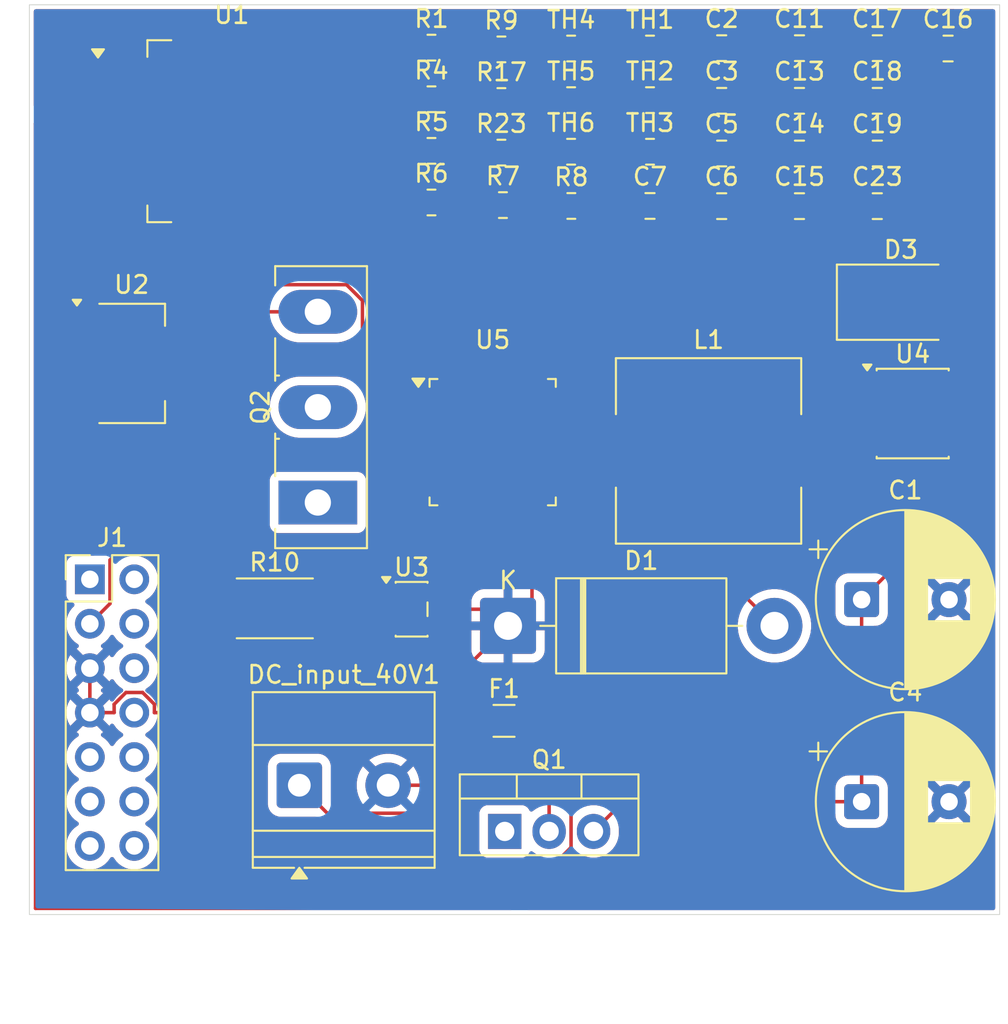
<source format=kicad_pcb>
(kicad_pcb (version 20241229) (generator "pcbnew") (generator_version "9.0")
  (layers (0 "F.Cu" signal) (2 "B.Cu" signal) (13 "F.Paste" user) (15 "B.Paste" user) (5 "F.SilkS" user "F.Silkscreen") (7 "B.SilkS" user "B.Silkscreen") (1 "F.Mask" user) (3 "B.Mask" user) (25 "Edge.Cuts" user))
  (net 0 "")
  (net 1 "Net-(D3-A1)")
  (net 2 "GND")
  (net 3 "/+3V3")
  (net 4 "/+12V")
  (net 5 "Net-(U5-PA0)")
  (net 6 "Net-(U5-PA1)")
  (net 7 "Net-(U5-PA4)")
  (net 8 "Net-(U5-PA2)")
  (net 9 "Net-(U5-PA3)")
  (net 10 "Net-(U5-PA5)")
  (net 11 "Net-(D1-A)")
  (net 12 "Net-(DC_input_40V1-Pin_1)")
  (net 13 "Net-(Q1-D)")
  (net 17 "Net-(J1-~{RST})")
  (net 20 "Net-(J1-JTMS{slash}SWDIO)")
  (net 23 "Net-(J1-JCLK{slash}SWCLK)")
  (net 27 "Net-(Q2-S)")
  (net 28 "Net-(Q2-G)")
  (net 29 "Net-(U5-NRST)")
  (net 30 "Net-(U3-+)")
  (net 31 "Net-(U4-OUT_A)")
  (net 34 "Net-(U3--)")
  (net 35 "Net-(U5-PA6)")
  (net 39 "Net-(U4-IN_A)")
  (footprint "" (layer "F.Cu") (at 136.5 103)
    (property "Reference" "" (at 0 0 0) (layer "F.SilkS") (effects (font (size 1.27 1.27))))
    (property "Value" "")
  )
  (footprint "Capacitor_SMD:C_0805_2012Metric" (layer "F.Cu") (at 165.55 63.48)
    (property "Reference" "C11" (at 0 -1.68 0) (layer "F.SilkS"))
    (property "Value" "0.1uf")
    (pad "1" smd roundrect (at -0.95 0) (size 1 1.45) (layers "F.Cu" "F.Mask" "F.Paste") (net 1 "Net-(D3-A1)"))
    (pad "2" smd roundrect (at 0.95 0) (size 1 1.45) (layers "F.Cu" "F.Mask" "F.Paste") (net 2 "GND"))
  )
  (footprint "Capacitor_SMD:C_0805_2012Metric" (layer "F.Cu") (at 170 63.48)
    (property "Reference" "C17" (at 0 -1.68 0) (layer "F.SilkS"))
    (property "Value" "100nF")
    (pad "1" smd roundrect (at -0.95 0) (size 1 1.45) (layers "F.Cu" "F.Mask" "F.Paste") (net 8 "Net-(U5-PA2)"))
    (pad "2" smd roundrect (at 0.95 0) (size 1 1.45) (layers "F.Cu" "F.Mask" "F.Paste") (net 2 "GND"))
  )
  (footprint "Resistor_SMD:R_0805_2012Metric" (layer "F.Cu") (at 144.5 66.4)
    (property "Reference" "R4" (at 0 -1.65 0) (layer "F.SilkS"))
    (property "Value" "10K")
    (pad "1" smd roundrect (at -0.9125 0) (size 1.025 1.4) (layers "F.Cu" "F.Mask" "F.Paste") (roundrect_rratio 0.243902) (net 3 "/+3V3"))
    (pad "2" smd roundrect (at 0.9125 0) (size 1.025 1.4) (layers "F.Cu" "F.Mask" "F.Paste") (roundrect_rratio 0.243902) (net 5 "Net-(U5-PA0)"))
  )
  (footprint "Package_QFP:LQFP-48_7x7mm_P0.5mm" (layer "F.Cu") (at 148 86)
    (property "Reference" "U5" (at 0 -5.85 0) (layer "F.SilkS"))
    (property "Value" "STM32F103C8Tx")
    (pad "1" smd roundrect (at -4.1625 -2.75) (size 1.475 0.3) (layers "F.Cu" "F.Mask" "F.Paste"))
    (pad "2" smd roundrect (at -4.1625 -2.25) (size 1.475 0.3) (layers "F.Cu" "F.Mask" "F.Paste") (net 20 "Net-(J1-JTMS{slash}SWDIO)"))
    (pad "3" smd roundrect (at -4.1625 -1.75) (size 1.475 0.3) (layers "F.Cu" "F.Mask" "F.Paste") (net 23 "Net-(J1-JCLK{slash}SWCLK)"))
    (pad "4" smd roundrect (at -4.1625 -1.25) (size 1.475 0.3) (layers "F.Cu" "F.Mask" "F.Paste"))
    (pad "5" smd roundrect (at -4.1625 -0.75) (size 1.475 0.3) (layers "F.Cu" "F.Mask" "F.Paste"))
    (pad "6" smd roundrect (at -4.1625 -0.25) (size 1.475 0.3) (layers "F.Cu" "F.Mask" "F.Paste"))
    (pad "7" smd roundrect (at -4.1625 0.25) (size 1.475 0.3) (layers "F.Cu" "F.Mask" "F.Paste") (net 29 "Net-(U5-NRST)"))
    (pad "8" smd roundrect (at -4.1625 0.75) (size 1.475 0.3) (layers "F.Cu" "F.Mask" "F.Paste") (net 2 "GND"))
    (pad "9" smd roundrect (at -4.1625 1.25) (size 1.475 0.3) (layers "F.Cu" "F.Mask" "F.Paste"))
    (pad "10" smd roundrect (at -4.1625 1.75) (size 1.475 0.3) (layers "F.Cu" "F.Mask" "F.Paste") (net 5 "Net-(U5-PA0)"))
    (pad "11" smd roundrect (at -4.1625 2.25) (size 1.475 0.3) (layers "F.Cu" "F.Mask" "F.Paste") (net 6 "Net-(U5-PA1)"))
    (pad "12" smd roundrect (at -4.1625 2.75) (size 1.475 0.3) (layers "F.Cu" "F.Mask" "F.Paste") (net 8 "Net-(U5-PA2)"))
    (pad "13" smd roundrect (at -2.75 4.1625) (size 0.3 1.475) (layers "F.Cu" "F.Mask" "F.Paste") (net 9 "Net-(U5-PA3)"))
    (pad "14" smd roundrect (at -2.25 4.1625) (size 0.3 1.475) (layers "F.Cu" "F.Mask" "F.Paste") (net 7 "Net-(U5-PA4)"))
    (pad "15" smd roundrect (at -1.75 4.1625) (size 0.3 1.475) (layers "F.Cu" "F.Mask" "F.Paste") (net 10 "Net-(U5-PA5)"))
    (pad "16" smd roundrect (at -1.25 4.1625) (size 0.3 1.475) (layers "F.Cu" "F.Mask" "F.Paste") (net 35 "Net-(U5-PA6)"))
    (pad "17" smd roundrect (at -0.75 4.1625) (size 0.3 1.475) (layers "F.Cu" "F.Mask" "F.Paste"))
    (pad "18" smd roundrect (at -0.25 4.1625) (size 0.3 1.475) (layers "F.Cu" "F.Mask" "F.Paste"))
    (pad "19" smd roundrect (at 0.25 4.1625) (size 0.3 1.475) (layers "F.Cu" "F.Mask" "F.Paste"))
    (pad "20" smd roundrect (at 0.75 4.1625) (size 0.3 1.475) (layers "F.Cu" "F.Mask" "F.Paste"))
    (pad "21" smd roundrect (at 1.25 4.1625) (size 0.3 1.475) (layers "F.Cu" "F.Mask" "F.Paste"))
    (pad "22" smd roundrect (at 1.75 4.1625) (size 0.3 1.475) (layers "F.Cu" "F.Mask" "F.Paste"))
    (pad "23" smd roundrect (at 2.25 4.1625) (size 0.3 1.475) (layers "F.Cu" "F.Mask" "F.Paste") (net 2 "GND"))
    (pad "24" smd roundrect (at 2.75 4.1625) (size 0.3 1.475) (layers "F.Cu" "F.Mask" "F.Paste") (net 3 "/+3V3"))
    (pad "25" smd roundrect (at 4.1625 2.75) (size 1.475 0.3) (layers "F.Cu" "F.Mask" "F.Paste"))
    (pad "26" smd roundrect (at 4.1625 2.25) (size 1.475 0.3) (layers "F.Cu" "F.Mask" "F.Paste"))
    (pad "27" smd roundrect (at 4.1625 1.75) (size 1.475 0.3) (layers "F.Cu" "F.Mask" "F.Paste"))
    (pad "28" smd roundrect (at 4.1625 1.25) (size 1.475 0.3) (layers "F.Cu" "F.Mask" "F.Paste"))
    (pad "29" smd roundrect (at 4.1625 0.75) (size 1.475 0.3) (layers "F.Cu" "F.Mask" "F.Paste") (net 39 "Net-(U4-IN_A)"))
    (pad "30" smd roundrect (at 4.1625 0.25) (size 1.475 0.3) (layers "F.Cu" "F.Mask" "F.Paste"))
    (pad "31" smd roundrect (at 4.1625 -0.25) (size 1.475 0.3) (layers "F.Cu" "F.Mask" "F.Paste"))
    (pad "32" smd roundrect (at 4.1625 -0.75) (size 1.475 0.3) (layers "F.Cu" "F.Mask" "F.Paste"))
    (pad "33" smd roundrect (at 4.1625 -1.25) (size 1.475 0.3) (layers "F.Cu" "F.Mask" "F.Paste"))
    (pad "34" smd roundrect (at 4.1625 -1.75) (size 1.475 0.3) (layers "F.Cu" "F.Mask" "F.Paste"))
    (pad "35" smd roundrect (at 4.1625 -2.25) (size 1.475 0.3) (layers "F.Cu" "F.Mask" "F.Paste") (net 2 "GND"))
    (pad "36" smd roundrect (at 4.1625 -2.75) (size 1.475 0.3) (layers "F.Cu" "F.Mask" "F.Paste") (net 3 "/+3V3"))
    (pad "37" smd roundrect (at 2.75 -4.1625) (size 0.3 1.475) (layers "F.Cu" "F.Mask" "F.Paste"))
    (pad "38" smd roundrect (at 2.25 -4.1625) (size 0.3 1.475) (layers "F.Cu" "F.Mask" "F.Paste"))
    (pad "39" smd roundrect (at 1.75 -4.1625) (size 0.3 1.475) (layers "F.Cu" "F.Mask" "F.Paste"))
    (pad "40" smd roundrect (at 1.25 -4.1625) (size 0.3 1.475) (layers "F.Cu" "F.Mask" "F.Paste"))
    (pad "41" smd roundrect (at 0.75 -4.1625) (size 0.3 1.475) (layers "F.Cu" "F.Mask" "F.Paste"))
    (pad "42" smd roundrect (at 0.25 -4.1625) (size 0.3 1.475) (layers "F.Cu" "F.Mask" "F.Paste"))
    (pad "43" smd roundrect (at -0.25 -4.1625) (size 0.3 1.475) (layers "F.Cu" "F.Mask" "F.Paste"))
    (pad "44" smd roundrect (at -0.75 -4.1625) (size 0.3 1.475) (layers "F.Cu" "F.Mask" "F.Paste"))
    (pad "45" smd roundrect (at -1.25 -4.1625) (size 0.3 1.475) (layers "F.Cu" "F.Mask" "F.Paste"))
    (pad "46" smd roundrect (at -1.75 -4.1625) (size 0.3 1.475) (layers "F.Cu" "F.Mask" "F.Paste"))
    (pad "47" smd roundrect (at -2.25 -4.1625) (size 0.3 1.475) (layers "F.Cu" "F.Mask" "F.Paste") (net 2 "GND"))
    (pad "48" smd roundrect (at -2.75 -4.1625) (size 0.3 1.475) (layers "F.Cu" "F.Mask" "F.Paste") (net 3 "/+3V3"))
  )
  (footprint "Inductor_SMD:L_10.4x10.4_H4.8" (layer "F.Cu") (at 160.35 86.5)
    (property "Reference" "L1" (at 0 -6.35 0) (layer "F.SilkS"))
    (property "Value" "68uh")
    (pad "1" smd rect (at -4.15 0) (size 2.7 3.6) (layers "F.Cu" "F.Mask" "F.Paste") (net 11 "Net-(D1-A)"))
    (pad "2" smd rect (at 4.15 0) (size 2.7 3.6) (layers "F.Cu" "F.Mask" "F.Paste") (net 4 "/+12V"))
  )
  (footprint "Capacitor_SMD:C_0805_2012Metric" (layer "F.Cu") (at 161.1 63.48)
    (property "Reference" "C2" (at 0 -1.68 0) (layer "F.SilkS"))
    (property "Value" "0.1uf")
    (pad "1" smd roundrect (at -0.95 0) (size 1 1.45) (layers "F.Cu" "F.Mask" "F.Paste") (net 3 "/+3V3"))
    (pad "2" smd roundrect (at 0.95 0) (size 1 1.45) (layers "F.Cu" "F.Mask" "F.Paste") (net 2 "GND"))
  )
  (footprint "Resistor_SMD:R_0805_2012Metric" (layer "F.Cu") (at 152.4875 66.45)
    (property "Reference" "TH5" (at 0 -1.65 0) (layer "F.SilkS"))
    (property "Value" "10K")
    (pad "1" smd roundrect (at -0.9125 0) (size 1.025 1.4) (layers "F.Cu" "F.Mask" "F.Paste") (roundrect_rratio 0.243902) (net 7 "Net-(U5-PA4)"))
    (pad "2" smd roundrect (at 0.9125 0) (size 1.025 1.4) (layers "F.Cu" "F.Mask" "F.Paste") (roundrect_rratio 0.243902) (net 2 "GND"))
  )
  (footprint "Capacitor_SMD:C_0805_2012Metric" (layer "F.Cu") (at 161.1 69.5)
    (property "Reference" "C5" (at 0 -1.68 0) (layer "F.SilkS"))
    (property "Value" "330uf")
    (pad "1" smd roundrect (at -0.95 0) (size 1 1.45) (layers "F.Cu" "F.Mask" "F.Paste") (net 4 "/+12V"))
    (pad "2" smd roundrect (at 0.95 0) (size 1 1.45) (layers "F.Cu" "F.Mask" "F.Paste") (net 2 "GND"))
  )
  (footprint "Resistor_SMD:R_0805_2012Metric" (layer "F.Cu") (at 157 63.5)
    (property "Reference" "TH1" (at 0 -1.65 0) (layer "F.SilkS"))
    (property "Value" "10K")
    (pad "1" smd roundrect (at -0.9125 0) (size 1.025 1.4) (layers "F.Cu" "F.Mask" "F.Paste") (roundrect_rratio 0.243902) (net 5 "Net-(U5-PA0)"))
    (pad "2" smd roundrect (at 0.9125 0) (size 1.025 1.4) (layers "F.Cu" "F.Mask" "F.Paste") (roundrect_rratio 0.243902) (net 2 "GND"))
  )
  (footprint "Capacitor_SMD:C_0805_2012Metric" (layer "F.Cu") (at 157 72.5)
    (property "Reference" "C7" (at 0 -1.68 0) (layer "F.SilkS"))
    (property "Value" "0.1uf")
    (pad "1" smd roundrect (at -0.95 0) (size 1 1.45) (layers "F.Cu" "F.Mask" "F.Paste") (net 3 "/+3V3"))
    (pad "2" smd roundrect (at 0.95 0) (size 1 1.45) (layers "F.Cu" "F.Mask" "F.Paste") (net 2 "GND"))
  )
  (footprint "Resistor_SMD:R_0805_2012Metric" (layer "F.Cu") (at 144.5 72.3)
    (property "Reference" "R6" (at 0 -1.65 0) (layer "F.SilkS"))
    (property "Value" "10K")
    (pad "1" smd roundrect (at -0.9125 0) (size 1.025 1.4) (layers "F.Cu" "F.Mask" "F.Paste") (roundrect_rratio 0.243902) (net 3 "/+3V3"))
    (pad "2" smd roundrect (at 0.9125 0) (size 1.025 1.4) (layers "F.Cu" "F.Mask" "F.Paste") (roundrect_rratio 0.243902) (net 7 "Net-(U5-PA4)"))
  )
  (footprint "Capacitor_SMD:C_0805_2012Metric" (layer "F.Cu") (at 170 66.49)
    (property "Reference" "C18" (at 0 -1.68 0) (layer "F.SilkS"))
    (property "Value" "100nF")
    (pad "1" smd roundrect (at -0.95 0) (size 1 1.45) (layers "F.Cu" "F.Mask" "F.Paste") (net 9 "Net-(U5-PA3)"))
    (pad "2" smd roundrect (at 0.95 0) (size 1 1.45) (layers "F.Cu" "F.Mask" "F.Paste") (net 2 "GND"))
  )
  (footprint "Package_TO_SOT_THT:TO-247-3_Vertical" (layer "F.Cu") (at 138 89.45 90)
    (property "Reference" "Q2" (at 5.45 -3.28 90) (layer "F.SilkS"))
    (property "Value" "IRFP4468PbF")
    (pad "1" thru_hole rect (at 0 0 90) (size 2.5 4.5) (drill 1.5) (layers "*.Cu" "*.Mask") (net 28 "Net-(Q2-G)"))
    (pad "2" thru_hole oval (at 5.45 0 90) (size 2.5 4.5) (drill 1.5) (layers "*.Cu" "*.Mask"))
    (pad "3" thru_hole oval (at 10.9 0 90) (size 2.5 4.5) (drill 1.5) (layers "*.Cu" "*.Mask") (net 27 "Net-(Q2-S)"))
  )
  (footprint "Resistor_SMD:R_0805_2012Metric" (layer "F.Cu") (at 148.5 66.5)
    (property "Reference" "R17" (at 0 -1.65 0) (layer "F.SilkS"))
    (property "Value" "10")
    (pad "1" smd roundrect (at -0.9125 0) (size 1.025 1.4) (layers "F.Cu" "F.Mask" "F.Paste") (roundrect_rratio 0.243902) (net 31 "Net-(U4-OUT_A)"))
    (pad "2" smd roundrect (at 0.9125 0) (size 1.025 1.4) (layers "F.Cu" "F.Mask" "F.Paste") (roundrect_rratio 0.243902) (net 28 "Net-(Q2-G)"))
  )
  (footprint "Resistor_SMD:R_0805_2012Metric" (layer "F.Cu") (at 148.5 63.55)
    (property "Reference" "R9" (at 0 -1.65 0) (layer "F.SilkS"))
    (property "Value" "10K")
    (pad "1" smd roundrect (at -0.9125 0) (size 1.025 1.4) (layers "F.Cu" "F.Mask" "F.Paste") (roundrect_rratio 0.243902) (net 3 "/+3V3"))
    (pad "2" smd roundrect (at 0.9125 0) (size 1.025 1.4) (layers "F.Cu" "F.Mask" "F.Paste") (roundrect_rratio 0.243902) (net 10 "Net-(U5-PA5)"))
  )
  (footprint "Package_SO:SOIC-8_3.9x4.9mm_P1.27mm" (layer "F.Cu") (at 172.025 84.365)
    (property "Reference" "U4" (at 0 -3.4 0) (layer "F.SilkS"))
    (property "Value" "TC4427xOA")
    (pad "1" smd roundrect (at -2.475 -1.905) (size 1.95 0.6) (layers "F.Cu" "F.Mask" "F.Paste"))
    (pad "2" smd roundrect (at -2.475 -0.635) (size 1.95 0.6) (layers "F.Cu" "F.Mask" "F.Paste") (net 39 "Net-(U4-IN_A)"))
    (pad "3" smd roundrect (at -2.475 0.635) (size 1.95 0.6) (layers "F.Cu" "F.Mask" "F.Paste") (net 2 "GND"))
    (pad "4" smd roundrect (at -2.475 1.905) (size 1.95 0.6) (layers "F.Cu" "F.Mask" "F.Paste"))
    (pad "5" smd roundrect (at 2.475 1.905) (size 1.95 0.6) (layers "F.Cu" "F.Mask" "F.Paste"))
    (pad "6" smd roundrect (at 2.475 0.635) (size 1.95 0.6) (layers "F.Cu" "F.Mask" "F.Paste") (net 4 "/+12V"))
    (pad "7" smd roundrect (at 2.475 -0.635) (size 1.95 0.6) (layers "F.Cu" "F.Mask" "F.Paste") (net 31 "Net-(U4-OUT_A)"))
    (pad "8" smd roundrect (at 2.475 -1.905) (size 1.95 0.6) (layers "F.Cu" "F.Mask" "F.Paste"))
  )
  (footprint "Diode_SMD:D_SMB" (layer "F.Cu") (at 171.35 78)
    (property "Reference" "D3" (at 0 -3 0) (layer "F.SilkS"))
    (property "Value" "D_TVS")
    (pad "1" smd roundrect (at -2.15 0) (size 2.5 2.3) (layers "F.Cu" "F.Mask" "F.Paste") (roundrect_rratio 0.1086956522) (net 1 "Net-(D3-A1)"))
    (pad "2" smd roundrect (at 2.15 0) (size 2.5 2.3) (layers "F.Cu" "F.Mask" "F.Paste") (roundrect_rratio 0.1086956522) (net 2 "GND"))
  )
  (footprint "Fuse:Fuse_1206_3216Metric" (layer "F.Cu") (at 148.65 101.93)
    (property "Reference" "F1" (at 0 -1.83 0) (layer "F.SilkS"))
    (property "Value" "Fuse_Small")
    (pad "1" smd roundrect (at -1.4 0) (size 1.25 1.75) (layers "F.Cu" "F.Mask" "F.Paste") (roundrect_rratio 0.2) (net 12 "Net-(DC_input_40V1-Pin_1)"))
    (pad "2" smd roundrect (at 1.4 0) (size 1.25 1.75) (layers "F.Cu" "F.Mask" "F.Paste") (roundrect_rratio 0.2) (net 13 "Net-(Q1-D)"))
  )
  (footprint "Capacitor_SMD:C_0805_2012Metric" (layer "F.Cu") (at 170 72.51)
    (property "Reference" "C23" (at 0 -1.68 0) (layer "F.SilkS"))
    (property "Value" "0.1uf")
    (pad "1" smd roundrect (at -0.95 0) (size 1 1.45) (layers "F.Cu" "F.Mask" "F.Paste") (net 3 "/+3V3"))
    (pad "2" smd roundrect (at 0.95 0) (size 1 1.45) (layers "F.Cu" "F.Mask" "F.Paste") (net 2 "GND"))
  )
  (footprint "Resistor_SMD:R_0805_2012Metric" (layer "F.Cu") (at 148.5875 72.45)
    (property "Reference" "R7" (at 0 -1.65 0) (layer "F.SilkS"))
    (property "Value" "10K")
    (pad "1" smd roundrect (at -0.9125 0) (size 1.025 1.4) (layers "F.Cu" "F.Mask" "F.Paste") (roundrect_rratio 0.243902) (net 3 "/+3V3"))
    (pad "2" smd roundrect (at 0.9125 0) (size 1.025 1.4) (layers "F.Cu" "F.Mask" "F.Paste") (roundrect_rratio 0.243902) (net 6 "Net-(U5-PA1)"))
  )
  (footprint "Capacitor_SMD:C_0805_2012Metric" (layer "F.Cu") (at 165.55 72.51)
    (property "Reference" "C15" (at 0 -1.68 0) (layer "F.SilkS"))
    (property "Value" "100nF")
    (pad "1" smd roundrect (at -0.95 0) (size 1 1.45) (layers "F.Cu" "F.Mask" "F.Paste") (net 6 "Net-(U5-PA1)"))
    (pad "2" smd roundrect (at 0.95 0) (size 1 1.45) (layers "F.Cu" "F.Mask" "F.Paste") (net 2 "GND"))
  )
  (footprint "Package_TO_SOT_THT:TO-220-3_Vertical" (layer "F.Cu") (at 148.69 108.25)
    (property "Reference" "Q1" (at 2.54 -4.1 0) (layer "F.SilkS"))
    (property "Value" "IRF4905")
    (pad "1" thru_hole rect (at 0 0) (size 1.905 2) (drill 1.1) (layers "*.Cu" "*.Mask"))
    (pad "2" thru_hole oval (at 2.54 0) (size 1.905 2) (drill 1.1) (layers "*.Cu" "*.Mask") (net 13 "Net-(Q1-D)"))
    (pad "3" thru_hole oval (at 5.08 0) (size 1.905 2) (drill 1.1) (layers "*.Cu" "*.Mask") (net 1 "Net-(D3-A1)"))
  )
  (footprint "Package_TO_SOT_SMD:TO-263-5_TabPin3" (layer "F.Cu") (at 133.075 68.225)
    (property "Reference" "U1" (at 0 -6.65 0) (layer "F.SilkS"))
    (property "Value" "LM2596S-ADJ")
    (pad "1" smd roundrect (at -7.65 -3.4) (size 4.6 1.1) (layers "F.Cu" "F.Mask" "F.Paste") (roundrect_rratio 0.227273) (net 1 "Net-(D3-A1)"))
    (pad "2" smd roundrect (at -7.65 -1.7) (size 4.6 1.1) (layers "F.Cu" "F.Mask" "F.Paste") (roundrect_rratio 0.227273) (net 11 "Net-(D1-A)"))
    (pad "3" smd roundrect (at -7.65 0) (size 4.6 1.1) (layers "F.Cu" "F.Mask" "F.Paste") (roundrect_rratio 0.227273) (net 2 "GND"))
    (pad "3" smd roundrect (at 1.5 0) (size 9.4 10.8) (layers "F.Cu" "F.Mask") (roundrect_rratio 0.026596) (net 2 "GND"))
    (pad "4" smd roundrect (at -7.65 1.7) (size 4.6 1.1) (layers "F.Cu" "F.Mask" "F.Paste") (roundrect_rratio 0.227273))
    (pad "5" smd roundrect (at -7.65 3.4) (size 4.6 1.1) (layers "F.Cu" "F.Mask" "F.Paste") (roundrect_rratio 0.227273))
  )
  (footprint "Package_TO_SOT_SMD:SOT-223-3_TabPin2" (layer "F.Cu") (at 127.35 81.5)
    (property "Reference" "U2" (at 0 -4.5 0) (layer "F.SilkS"))
    (property "Value" "AMS1117-3.3")
    (pad "1" smd roundrect (at -3.15 -2.3) (size 2 1.5) (layers "F.Cu" "F.Mask" "F.Paste") (net 2 "GND"))
    (pad "2" smd roundrect (at -3.15 0) (size 2 1.5) (layers "F.Cu" "F.Mask" "F.Paste") (net 3 "/+3V3"))
    (pad "2" smd roundrect (at 3.15 0) (size 2 3.8) (layers "F.Cu" "F.Mask" "F.Paste") (net 3 "/+3V3"))
    (pad "3" smd roundrect (at -3.15 2.3) (size 2 1.5) (layers "F.Cu" "F.Mask" "F.Paste") (net 3 "/+3V3"))
  )
  (footprint "Capacitor_SMD:C_0805_2012Metric" (layer "F.Cu") (at 170 69.5)
    (property "Reference" "C19" (at 0 -1.68 0) (layer "F.SilkS"))
    (property "Value" "100nF")
    (pad "1" smd roundrect (at -0.95 0) (size 1 1.45) (layers "F.Cu" "F.Mask" "F.Paste") (net 10 "Net-(U5-PA5)"))
    (pad "2" smd roundrect (at 0.95 0) (size 1 1.45) (layers "F.Cu" "F.Mask" "F.Paste") (net 2 "GND"))
  )
  (footprint "Resistor_SMD:R_0805_2012Metric" (layer "F.Cu") (at 148.5 69.45)
    (property "Reference" "R23" (at 0 -1.65 0) (layer "F.SilkS"))
    (property "Value" "100K")
    (pad "1" smd roundrect (at -0.9125 0) (size 1.025 1.4) (layers "F.Cu" "F.Mask" "F.Paste") (roundrect_rratio 0.243902) (net 28 "Net-(Q2-G)"))
    (pad "2" smd roundrect (at 0.9125 0) (size 1.025 1.4) (layers "F.Cu" "F.Mask" "F.Paste") (roundrect_rratio 0.243902) (net 2 "GND"))
  )
  (footprint "Capacitor_SMD:C_0805_2012Metric" (layer "F.Cu") (at 174.05 63.5)
    (property "Reference" "C16" (at 0 -1.68 0) (layer "F.SilkS"))
    (property "Value" "100nF")
    (pad "1" smd roundrect (at -0.95 0) (size 1 1.45) (layers "F.Cu" "F.Mask" "F.Paste") (net 7 "Net-(U5-PA4)"))
    (pad "2" smd roundrect (at 0.95 0) (size 1 1.45) (layers "F.Cu" "F.Mask" "F.Paste") (net 2 "GND"))
  )
  (footprint "Resistor_SMD:R_0805_2012Metric" (layer "F.Cu") (at 152.5 72.5)
    (property "Reference" "R8" (at 0 -1.65 0) (layer "F.SilkS"))
    (property "Value" "10K")
    (pad "1" smd roundrect (at -0.9125 0) (size 1.025 1.4) (layers "F.Cu" "F.Mask" "F.Paste") (roundrect_rratio 0.243902) (net 3 "/+3V3"))
    (pad "2" smd roundrect (at 0.9125 0) (size 1.025 1.4) (layers "F.Cu" "F.Mask" "F.Paste") (roundrect_rratio 0.243902) (net 9 "Net-(U5-PA3)"))
  )
  (footprint "Capacitor_THT:CP_Radial_D10.0mm_P5.00mm" (layer "F.Cu") (at 169.104646 95)
    (property "Reference" "C1" (at 2.5 -6.25 0) (layer "F.SilkS"))
    (property "Value" "470uf")
    (pad "1" thru_hole roundrect (at 0 0) (size 2 2) (drill 1) (layers "*.Cu" "*.Mask") (roundrect_rratio 0.125) (net 1 "Net-(D3-A1)"))
    (pad "2" thru_hole circle (at 5 0) (size 2 2) (drill 1) (layers "*.Cu" "*.Mask") (net 2 "GND"))
  )
  (footprint "Diode_THT:D_DO-201AD_P15.24mm_Horizontal" (layer "F.Cu") (at 148.88 96.5)
    (property "Reference" "D1" (at 7.62 -3.72 0) (layer "F.SilkS"))
    (property "Value" "1N5822")
    (fp_text user "K" (at 0 -2.6 0) (layer "F.SilkS"))
    (pad "1" thru_hole roundrect (at 0 0) (size 3.2 3.2) (drill 1.6) (layers "*.Cu" "*.Mask") (roundrect_rratio 0.078125) (net 2 "GND"))
    (pad "2" thru_hole circle (at 15.24 0) (size 3.2 3.2) (drill 1.6) (layers "*.Cu" "*.Mask") (net 11 "Net-(D1-A)"))
  )
  (footprint "Capacitor_THT:CP_Radial_D10.0mm_P5.00mm" (layer "F.Cu") (at 169.104646 106.55)
    (property "Reference" "C4" (at 2.5 -6.25 0) (layer "F.SilkS"))
    (property "Value" "220uf")
    (pad "1" thru_hole roundrect (at 0 0) (size 2 2) (drill 1) (layers "*.Cu" "*.Mask") (roundrect_rratio 0.125) (net 1 "Net-(D3-A1)"))
    (pad "2" thru_hole circle (at 5 0) (size 2 2) (drill 1) (layers "*.Cu" "*.Mask") (net 2 "GND"))
  )
  (footprint "Resistor_SMD:R_0805_2012Metric" (layer "F.Cu") (at 157 69.4)
    (property "Reference" "TH3" (at 0 -1.65 0) (layer "F.SilkS"))
    (property "Value" "10K")
    (pad "1" smd roundrect (at -0.9125 0) (size 1.025 1.4) (layers "F.Cu" "F.Mask" "F.Paste") (roundrect_rratio 0.243902) (net 8 "Net-(U5-PA2)"))
    (pad "2" smd roundrect (at 0.9125 0) (size 1.025 1.4) (layers "F.Cu" "F.Mask" "F.Paste") (roundrect_rratio 0.243902) (net 2 "GND"))
  )
  (footprint "Resistor_SMD:R_0805_2012Metric" (layer "F.Cu") (at 144.5 63.45)
    (property "Reference" "R1" (at 0 -1.65 0) (layer "F.SilkS"))
    (property "Value" "10K")
    (pad "1" smd roundrect (at -0.9125 0) (size 1.025 1.4) (layers "F.Cu" "F.Mask" "F.Paste") (roundrect_rratio 0.243902) (net 29 "Net-(U5-NRST)"))
    (pad "2" smd roundrect (at 0.9125 0) (size 1.025 1.4) (layers "F.Cu" "F.Mask" "F.Paste") (roundrect_rratio 0.243902) (net 17 "Net-(J1-~{RST})"))
  )
  (footprint "Connector_PinHeader_2.54mm:PinHeader_2x07_P2.54mm_Vertical" (layer "F.Cu") (at 124.96 93.84)
    (property "Reference" "J1" (at 1.27 -2.38 0) (layer "F.SilkS"))
    (property "Value" "Conn_ST_STDC14")
    (pad "1" thru_hole rect (at 0 0) (size 1.7 1.7) (drill 1) (layers "*.Cu" "*.Mask"))
    (pad "2" thru_hole circle (at 2.54 0) (size 1.7 1.7) (drill 1) (layers "*.Cu" "*.Mask"))
    (pad "3" thru_hole circle (at 0 2.54) (size 1.7 1.7) (drill 1) (layers "*.Cu" "*.Mask") (net 3 "/+3V3"))
    (pad "4" thru_hole circle (at 2.54 2.54) (size 1.7 1.7) (drill 1) (layers "*.Cu" "*.Mask") (net 20 "Net-(J1-JTMS{slash}SWDIO)"))
    (pad "5" thru_hole circle (at 0 5.08) (size 1.7 1.7) (drill 1) (layers "*.Cu" "*.Mask") (net 2 "GND"))
    (pad "6" thru_hole circle (at 2.54 5.08) (size 1.7 1.7) (drill 1) (layers "*.Cu" "*.Mask") (net 23 "Net-(J1-JCLK{slash}SWCLK)"))
    (pad "7" thru_hole circle (at 0 7.62) (size 1.7 1.7) (drill 1) (layers "*.Cu" "*.Mask") (net 2 "GND"))
    (pad "8" thru_hole circle (at 2.54 7.62) (size 1.7 1.7) (drill 1) (layers "*.Cu" "*.Mask"))
    (pad "9" thru_hole circle (at 0 10.16) (size 1.7 1.7) (drill 1) (layers "*.Cu" "*.Mask"))
    (pad "10" thru_hole circle (at 2.54 10.16) (size 1.7 1.7) (drill 1) (layers "*.Cu" "*.Mask"))
    (pad "11" thru_hole circle (at 0 12.7) (size 1.7 1.7) (drill 1) (layers "*.Cu" "*.Mask"))
    (pad "12" thru_hole circle (at 2.54 12.7) (size 1.7 1.7) (drill 1) (layers "*.Cu" "*.Mask") (net 17 "Net-(J1-~{RST})"))
    (pad "13" thru_hole circle (at 0 15.24) (size 1.7 1.7) (drill 1) (layers "*.Cu" "*.Mask"))
    (pad "14" thru_hole circle (at 2.54 15.24) (size 1.7 1.7) (drill 1) (layers "*.Cu" "*.Mask"))
  )
  (footprint "Capacitor_SMD:C_0805_2012Metric" (layer "F.Cu") (at 161.1 66.49)
    (property "Reference" "C3" (at 0 -1.68 0) (layer "F.SilkS"))
    (property "Value" "0.1uf")
    (pad "1" smd roundrect (at -0.95 0) (size 1 1.45) (layers "F.Cu" "F.Mask" "F.Paste") (net 4 "/+12V"))
    (pad "2" smd roundrect (at 0.95 0) (size 1 1.45) (layers "F.Cu" "F.Mask" "F.Paste") (net 2 "GND"))
  )
  (footprint "Resistor_SMD:R_0805_2012Metric" (layer "F.Cu") (at 157 66.45)
    (property "Reference" "TH2" (at 0 -1.65 0) (layer "F.SilkS"))
    (property "Value" "10K")
    (pad "1" smd roundrect (at -0.9125 0) (size 1.025 1.4) (layers "F.Cu" "F.Mask" "F.Paste") (roundrect_rratio 0.243902) (net 6 "Net-(U5-PA1)"))
    (pad "2" smd roundrect (at 0.9125 0) (size 1.025 1.4) (layers "F.Cu" "F.Mask" "F.Paste") (roundrect_rratio 0.243902) (net 2 "GND"))
  )
  (footprint "TerminalBlock_Phoenix:TerminalBlock_Phoenix_MKDS-1,5-2-5.08_1x02_P5.08mm_Horizontal" (layer "F.Cu") (at 136.94 105.61)
    (property "Reference" "DC_input_40V1" (at 2.54 -6.32 0) (layer "F.SilkS"))
    (property "Value" "Conn_01x02")
    (pad "1" thru_hole roundrect (at 0 0) (size 2.6 2.6) (drill 1.3) (layers "*.Cu" "*.Mask") (roundrect_rratio 0.096154) (net 12 "Net-(DC_input_40V1-Pin_1)"))
    (pad "2" thru_hole circle (at 5.08 0) (size 2.6 2.6) (drill 1.3) (layers "*.Cu" "*.Mask") (net 2 "GND"))
  )
  (footprint "Package_TO_SOT_SMD:SOT-23-5" (layer "F.Cu") (at 143.3625 95.55)
    (property "Reference" "U3" (at 0 -2.4 0) (layer "F.SilkS"))
    (property "Value" "INA180A1")
    (pad "1" smd roundrect (at -1.1375 -0.95) (size 1.325 0.6) (layers "F.Cu" "F.Mask" "F.Paste") (net 35 "Net-(U5-PA6)"))
    (pad "2" smd roundrect (at -1.1375 0) (size 1.325 0.6) (layers "F.Cu" "F.Mask" "F.Paste") (net 2 "GND"))
    (pad "3" smd roundrect (at -1.1375 0.95) (size 1.325 0.6) (layers "F.Cu" "F.Mask" "F.Paste") (net 30 "Net-(U3-+)"))
    (pad "4" smd roundrect (at 1.1375 0.95) (size 1.325 0.6) (layers "F.Cu" "F.Mask" "F.Paste") (net 34 "Net-(U3--)"))
    (pad "5" smd roundrect (at 1.1375 -0.95) (size 1.325 0.6) (layers "F.Cu" "F.Mask" "F.Paste"))
  )
  (footprint "Resistor_SMD:R_0805_2012Metric" (layer "F.Cu") (at 152.4875 69.4)
    (property "Reference" "TH6" (at 0 -1.65 0) (layer "F.SilkS"))
    (property "Value" "10K")
    (pad "1" smd roundrect (at -0.9125 0) (size 1.025 1.4) (layers "F.Cu" "F.Mask" "F.Paste") (roundrect_rratio 0.243902) (net 10 "Net-(U5-PA5)"))
    (pad "2" smd roundrect (at 0.9125 0) (size 1.025 1.4) (layers "F.Cu" "F.Mask" "F.Paste") (roundrect_rratio 0.243902) (net 2 "GND"))
  )
  (footprint "Capacitor_SMD:C_0805_2012Metric" (layer "F.Cu") (at 165.55 66.49)
    (property "Reference" "C13" (at 0 -1.68 0) (layer "F.SilkS"))
    (property "Value" "0.1uf")
    (pad "1" smd roundrect (at -0.95 0) (size 1 1.45) (layers "F.Cu" "F.Mask" "F.Paste") (net 3 "/+3V3"))
    (pad "2" smd roundrect (at 0.95 0) (size 1 1.45) (layers "F.Cu" "F.Mask" "F.Paste") (net 2 "GND"))
  )
  (footprint "Capacitor_SMD:C_0805_2012Metric" (layer "F.Cu") (at 161.1 72.51)
    (property "Reference" "C6" (at 0 -1.68 0) (layer "F.SilkS"))
    (property "Value" "10uf")
    (pad "1" smd roundrect (at -0.95 0) (size 1 1.45) (layers "F.Cu" "F.Mask" "F.Paste") (net 3 "/+3V3"))
    (pad "2" smd roundrect (at 0.95 0) (size 1 1.45) (layers "F.Cu" "F.Mask" "F.Paste") (net 2 "GND"))
  )
  (footprint "Resistor_SMD:R_0805_2012Metric" (layer "F.Cu") (at 144.5 69.35)
    (property "Reference" "R5" (at 0 -1.65 0) (layer "F.SilkS"))
    (property "Value" "10K")
    (pad "1" smd roundrect (at -0.9125 0) (size 1.025 1.4) (layers "F.Cu" "F.Mask" "F.Paste") (roundrect_rratio 0.243902) (net 3 "/+3V3"))
    (pad "2" smd roundrect (at 0.9125 0) (size 1.025 1.4) (layers "F.Cu" "F.Mask" "F.Paste") (roundrect_rratio 0.243902) (net 8 "Net-(U5-PA2)"))
  )
  (footprint "Capacitor_SMD:C_0805_2012Metric" (layer "F.Cu") (at 165.55 69.5)
    (property "Reference" "C14" (at 0 -1.68 0) (layer "F.SilkS"))
    (property "Value" "100nF")
    (pad "1" smd roundrect (at -0.95 0) (size 1 1.45) (layers "F.Cu" "F.Mask" "F.Paste") (net 5 "Net-(U5-PA0)"))
    (pad "2" smd roundrect (at 0.95 0) (size 1 1.45) (layers "F.Cu" "F.Mask" "F.Paste") (net 2 "GND"))
  )
  (footprint "Resistor_SMD:R_2512_6332Metric" (layer "F.Cu") (at 135.5375 95.5)
    (property "Reference" "R10" (at 0 -2.63 0) (layer "F.SilkS"))
    (property "Value" "1m")
    (pad "1" smd roundrect (at -2.9625 0) (size 1.225 3.35) (layers "F.Cu" "F.Mask" "F.Paste") (roundrect_rratio 0.204082) (net 27 "Net-(Q2-S)"))
    (pad "2" smd roundrect (at 2.9625 0) (size 1.225 3.35) (layers "F.Cu" "F.Mask" "F.Paste") (roundrect_rratio 0.204082) (net 30 "Net-(U3-+)"))
  )
  (footprint "Resistor_SMD:R_0805_2012Metric" (layer "F.Cu") (at 152.4875 63.5)
    (property "Reference" "TH4" (at 0 -1.65 0) (layer "F.SilkS"))
    (property "Value" "10K")
    (pad "1" smd roundrect (at -0.9125 0) (size 1.025 1.4) (layers "F.Cu" "F.Mask" "F.Paste") (roundrect_rratio 0.243902) (net 9 "Net-(U5-PA3)"))
    (pad "2" smd roundrect (at 0.9125 0) (size 1.025 1.4) (layers "F.Cu" "F.Mask" "F.Paste") (roundrect_rratio 0.243902) (net 2 "GND"))
  )
  (gr_rect (start 121.5 61) (end 177 113) (stroke (width 0.05)) (fill no) (layer "Edge.Cuts"))
  (segment (start 169.2 75.7) (end 170.4 74.5) (width 0.2) (layer "F.Cu") (net 1))
  (segment (start 170.826 79.626) (end 170.826 93.278646) (width 0.2) (layer "F.Cu") (net 1))
  (segment (start 169.53516 67.516) (end 168.56484 67.516) (width 0.2) (layer "F.Cu") (net 1))
  (segment (start 169.104646 106.55) (end 169.104646 95) (width 0.2) (layer "F.Cu") (net 1))
  (segment (start 168.56484 67.516) (end 168.249 67.20016) (width 0.2) (layer "F.Cu") (net 1))
  (segment (start 169.77558 67.27558) (end 169.53516 67.516) (width 0.2) (layer "F.Cu") (net 1))
  (segment (start 170.149 68.78984) (end 170.46484 68.474) (width 0.2) (layer "F.Cu") (net 1))
  (segment (start 170.46484 68.474) (end 170.5 68.474) (width 0.2) (layer "F.Cu") (net 1))
  (segment (start 170.5 68.474) (end 170.5 68) (width 0.2) (layer "F.Cu") (net 1))
  (segment (start 170.149 70.21016) (end 170.149 68.78984) (width 0.2) (layer "F.Cu") (net 1))
  (segment (start 168.249 65.77984) (end 168.26442 65.76442) (width 0.2) (layer "F.Cu") (net 1))
  (segment (start 169.2 78) (end 170.826 79.626) (width 0.2) (layer "F.Cu") (net 1))
  (segment (start 169.104646 106.55) (end 155.47 106.55) (width 0.2) (layer "F.Cu") (net 1))
  (segment (start 168.26442 65.76442) (end 167.5 65) (width 0.2) (layer "F.Cu") (net 1))
  (segment (start 170.5 74.5) (end 170.5 73.536) (width 0.2) (layer "F.Cu") (net 1))
  (segment (start 170.149 71.79984) (end 170.46484 71.484) (width 0.2) (layer "F.Cu") (net 1))
  (segment (start 168.249 67.20016) (end 168.249 65.77984) (width 0.2) (layer "F.Cu") (net 1))
  (segment (start 170.4 74.5) (end 170.5 74.5) (width 0.2) (layer "F.Cu") (net 1))
  (segment (start 170.149 73.22016) (end 170.149 71.79984) (width 0.2) (layer "F.Cu") (net 1))
  (segment (start 170.5 71.484) (end 170.5 70.526) (width 0.2) (layer "F.Cu") (net 1))
  (segment (start 170.5 73.536) (end 170.46484 73.536) (width 0.2) (layer "F.Cu") (net 1))
  (segment (start 170.46484 70.526) (end 170.149 70.21016) (width 0.2) (layer "F.Cu") (net 1))
  (segment (start 167.5 65) (end 164.5 65) (width 0.2) (layer "F.Cu") (net 1))
  (segment (start 155.47 106.55) (end 153.77 108.25) (width 0.2) (layer "F.Cu") (net 1))
  (segment (start 170.826 93.278646) (end 169.104646 95) (width 0.2) (layer "F.Cu") (net 1))
  (segment (start 169.2 78) (end 169.2 75.7) (width 0.2) (layer "F.Cu") (net 1))
  (segment (start 164.5 63.58) (end 164.6 63.48) (width 0.2) (layer "F.Cu") (net 1))
  (segment (start 164.5 65) (end 164.5 63.58) (width 0.2) (layer "F.Cu") (net 1))
  (segment (start 170.46484 71.484) (end 170.5 71.484) (width 0.2) (layer "F.Cu") (net 1))
  (segment (start 170.5 68) (end 169.77558 67.27558) (width 0.2) (layer "F.Cu") (net 1))
  (segment (start 170.5 70.526) (end 170.46484 70.526) (width 0.2) (layer "F.Cu") (net 1))
  (segment (start 170.46484 73.536) (end 170.149 73.22016) (width 0.2) (layer "F.Cu") (net 1))
  (segment (start 134.575 68.225) (end 125.425 68.225) (width 0.2) (layer "F.Cu") (net 2))
  (segment (start 143.8375 86.75) (end 143.066176 86.75) (width 0.2) (layer "F.Cu") (net 2))
  (segment (start 137.41 101) (end 142.02 105.61) (width 0.2) (layer "F.Cu") (net 2))
  (segment (start 150.5 68.3625) (end 149.4125 69.45) (width 0.2) (layer "F.Cu") (net 2))
  (segment (start 150.5 62.5) (end 150.5 68.3625) (width 0.2) (layer "F.Cu") (net 2))
  (segment (start 128.651 100.98324) (end 128.651 101.46) (width 0.2) (layer "F.Cu") (net 2))
  (segment (start 171 61.5) (end 166.5 61.5) (width 0.2) (layer "F.Cu") (net 2))
  (segment (start 133.5 101) (end 137.41 101) (width 0.2) (layer "F.Cu") (net 2))
  (segment (start 142.225 95.55) (end 147.93 95.55) (width 0.2) (layer "F.Cu") (net 2))
  (segment (start 127.02324 100.309) (end 127.97676 100.309) (width 0.2) (layer "F.Cu") (net 2))
  (segment (start 147.93 95.55) (end 148.88 96.5) (width 0.2) (layer "F.Cu") (net 2))
  (segment (start 173.5 76) (end 172 76) (width 0.2) (layer "F.Cu") (net 2))
  (segment (start 157.95 72.5) (end 157.95 77.45) (width 0.2) (layer "F.Cu") (net 2))
  (segment (start 124.96 98.92) (end 124.96 101.46) (width 0.2) (layer "F.Cu") (net 2))
  (segment (start 157.5 61.5) (end 154 61.5) (width 0.2) (layer "F.Cu") (net 2))
  (segment (start 154.5 79) (end 154.5 82.183824) (width 0.2) (layer "F.Cu") (net 2))
  (segment (start 125.425 68.225) (end 127.725 68.225) (width 0.2) (layer "F.Cu") (net 2))
  (segment (start 140.7 62.1) (end 150.9 62.1) (width 0.2) (layer "F.Cu") (net 2))
  (segment (start 127.97676 100.309) (end 128.651 100.98324) (width 0.2) (layer "F.Cu") (net 2))
  (segment (start 157.5 61.5) (end 157.95 61.95) (width 0.2) (layer "F.Cu") (net 2))
  (segment (start 162 61.5) (end 157.5 61.5) (width 0.2) (layer "F.Cu") (net 2))
  (segment (start 157.95 77.45) (end 158 77.5) (width 0.2) (layer "F.Cu") (net 2))
  (segment (start 166.5 66.49) (end 166.5 72.51) (width 0.2) (layer "F.Cu") (net 2))
  (segment (start 166.5 61.5) (end 166.5 63.48) (width 0.2) (layer "F.Cu") (net 2))
  (segment (start 175 62) (end 174.351 61.351) (width 0.2) (layer "F.Cu") (net 2))
  (segment (start 126.349 101.46) (end 126.349 100.98324) (width 0.2) (layer "F.Cu") (net 2))
  (segment (start 172 76) (end 170.95 74.95) (width 0.2) (layer "F.Cu") (net 2))
  (segment (start 175 63.5) (end 175 62) (width 0.2) (layer "F.Cu") (net 2))
  (segment (start 128.026 75.374) (end 124.2 79.2) (width 0.2) (layer "F.Cu") (net 2))
  (segment (start 162.05 62.05) (end 162.05 72.51) (width 0.2) (layer "F.Cu") (net 2))
  (segment (start 141.2615 95.248999) (end 141.562501 95.55) (width 0.2) (layer "F.Cu") (net 2))
  (segment (start 174.351 61.351) (end 171.149 61.351) (width 0.2) (layer "F.Cu") (net 2))
  (segment (start 150.25 95.13) (end 150.25 90.1625) (width 0.2) (layer "F.Cu") (net 2))
  (segment (start 154.5 82.183824) (end 152.933824 83.75) (width 0.2) (layer "F.Cu") (net 2))
  (segment (start 143.066176 86.75) (end 141.2615 88.554676) (width 0.2) (layer "F.Cu") (net 2))
  (segment (start 162 61.5) (end 162 62) (width 0.2) (layer "F.Cu") (net 2))
  (segment (start 170.95 74.95) (end 170.95 72.51) (width 0.2) (layer "F.Cu") (net 2))
  (segment (start 145 105) (end 145 100.38) (width 0.2) (layer "F.Cu") (net 2))
  (segment (start 128.026 68.526) (end 128.026 75.374) (width 0.2) (layer "F.Cu") (net 2))
  (segment (start 166.5 61.5) (end 162 61.5) (width 0.2) (layer "F.Cu") (net 2))
  (segment (start 173.5 78) (end 173.5 76) (width 0.2) (layer "F.Cu") (net 2))
  (segment (start 142.02 105.61) (end 144.39 105.61) (width 0.2) (layer "F.Cu") (net 2))
  (segment (start 133.04 101.46) (end 133.5 101) (width 0.2) (layer "F.Cu") (net 2))
  (segment (start 154 61.5) (end 153.4 62.1) (width 0.2) (layer "F.Cu") (net 2))
  (segment (start 170.95 72.51) (end 170.95 63.48) (width 0.2) (layer "F.Cu") (net 2))
  (segment (start 158 77.5) (end 156.5 79) (width 0.2) (layer "F.Cu") (net 2))
  (segment (start 156.5 79) (end 154.5 79) (width 0.2) (layer "F.Cu") (net 2))
  (segment (start 162 62) (end 162.05 62.05) (width 0.2) (layer "F.Cu") (net 2))
  (segment (start 126.349 100.98324) (end 127.02324 100.309) (width 0.2) (layer "F.Cu") (net 2))
  (segment (start 171.149 61.351) (end 171 61.5) (width 0.2) (layer "F.Cu") (net 2))
  (segment (start 152.933824 83.75) (end 152.1625 83.75) (width 0.2) (layer "F.Cu") (net 2))
  (segment (start 153.4 62.1) (end 153.4 69.4) (width 0.2) (layer "F.Cu") (net 2))
  (segment (start 128.651 101.46) (end 133.04 101.46) (width 0.2) (layer "F.Cu") (net 2))
  (segment (start 144.39 105.61) (end 145 105) (width 0.2) (layer "F.Cu") (net 2))
  (segment (start 141.2615 88.554676) (end 141.2615 95.248999) (width 0.2) (layer "F.Cu") (net 2))
  (segment (start 150.9 62.1) (end 150.5 62.5) (width 0.2) (layer "F.Cu") (net 2))
  (segment (start 141.562501 95.55) (end 142.225 95.55) (width 0.2) (layer "F.Cu") (net 2))
  (segment (start 134.575 68.225) (end 140.7 62.1) (width 0.2) (layer "F.Cu") (net 2))
  (segment (start 170.95 61.55) (end 170.95 63.48) (width 0.2) (layer "F.Cu") (net 2))
  (segment (start 145 100.38) (end 148.88 96.5) (width 0.2) (layer "F.Cu") (net 2))
  (segment (start 148.88 96.5) (end 150.25 95.13) (width 0.2) (layer "F.Cu") (net 2))
  (segment (start 124.96 101.46) (end 126.349 101.46) (width 0.2) (layer "F.Cu") (net 2))
  (segment (start 171 61.5) (end 170.95 61.55) (width 0.2) (layer "F.Cu") (net 2))
  (segment (start 157.95 61.95) (end 157.95 72.5) (width 0.2) (layer "F.Cu") (net 2))
  (segment (start 153.4 62.1) (end 150.9 62.1) (width 0.2) (layer "F.Cu") (net 2))
  (segment (start 127.725 68.225) (end 128.026 68.526) (width 0.2) (layer "F.Cu") (net 2))
  (segment (start 144 65) (end 146.5 65) (width 0.2) (layer "F.Cu") (net 3))
  (segment (start 163.799 73.799) (end 164 74) (width 0.2) (layer "F.Cu") (net 3))
  (segment (start 129 86.5) (end 129 82.5) (width 0.2) (layer "F.Cu") (net 3))
  (segment (start 130.5 81.5) (end 135.001 76.999) (width 0.2) (layer "F.Cu") (net 3))
  (segment (start 135.001 76.999) (end 139.642445 76.999) (width 0.2) (layer "F.Cu") (net 3))
  (segment (start 147.5875 63.55) (end 148.599 64.5615) (width 0.2) (layer "F.Cu") (net 3))
  (segment (start 145.5 75) (end 143.5875 73.0875) (width 0.2) (layer "F.Cu") (net 3))
  (segment (start 159.349 74) (end 159.349 73) (width 0.2) (layer "F.Cu") (net 3))
  (segment (start 148.599 76.517724) (end 151.342176 79.2609) (width 0.2) (layer "F.Cu") (net 3))
  (segment (start 147.675 72.825) (end 147.675 72.45) (width 0.2) (layer "F.Cu") (net 3))
  (segment (start 144.5875 82.5) (end 145.25 81.8375) (width 0.2) (layer "F.Cu") (net 3))
  (segment (start 145.299 81.7885) (end 145.299 81.017176) (width 0.2) (layer "F.Cu") (net 3))
  (segment (start 151.124 84.5) (end 151.124 89.7885) (width 0.2) (layer "F.Cu") (net 3))
  (segment (start 148.599 64.5615) (end 148.599 76.517724) (width 0.2) (layer "F.Cu") (net 3))
  (segment (start 127.5 87.1) (end 124.2 83.8) (width 0.2) (layer "F.Cu") (net 3))
  (segment (start 167.56 74) (end 169.05 72.51) (width 0.2) (layer "F.Cu") (net 3))
  (segment (start 151.124 83.517176) (end 151.124 88.982824) (width 0.2) (layer "F.Cu") (net 3))
  (segment (start 129 82.5) (end 129.5 82.5) (width 0.2) (layer "F.Cu") (net 3))
  (segment (start 146.5 65) (end 146.5 64.6375) (width 0.2) (layer "F.Cu") (net 3))
  (segment (start 151.124 83.517176) (end 151.124 83.982824) (width 0.2) (layer "F.Cu") (net 3))
  (segment (start 151.342176 83.299) (end 151.124 83.517176) (width 0.2) (layer "F.Cu") (net 3))
  (segment (start 126.111 95.229) (end 124.96 96.38) (width 0.2) (layer "F.Cu") (net 3))
  (segment (start 151.124 84.482824) (end 151.132588 84.491412) (width 0.2) (layer "F.Cu") (net 3))
  (segment (start 159.839 72.51) (end 159.349 73) (width 0.2) (layer "F.Cu") (net 3))
  (segment (start 149.0875 75) (end 151.5875 72.5) (width 0.2) (layer "F.Cu") (net 3))
  (segment (start 143.5875 73.0875) (end 143.5875 66.4) (width 0.2) (layer "F.Cu") (net 3))
  (segment (start 151.124 84.017176) (end 151.124 84.482824) (width 0.2) (layer "F.Cu") (net 3))
  (segment (start 126.351 92.5) (end 126.111 92.74) (width 0.2) (layer "F.Cu") (net 3))
  (segment (start 143.5875 65.4125) (end 144 65) (width 0.2) (layer "F.Cu") (net 3))
  (segment (start 126.111 92.74) (end 126.111 95.229) (width 0.2) (layer "F.Cu") (net 3))
  (segment (start 159.349 73) (end 159.349 64.281) (width 0.2) (layer "F.Cu") (net 3))
  (segment (start 164 74) (end 167.56 74) (width 0.2) (layer "F.Cu") (net 3))
  (segment (start 159.349 64.281) (end 160.15 63.48) (width 0.2) (layer "F.Cu") (net 3))
  (segment (start 146.5 64.6375) (end 147.5875 63.55) (width 0.2) (layer "F.Cu") (net 3))
  (segment (start 140.551 77.907555) (end 140.551 82.449) (width 0.2) (layer "F.Cu") (net 3))
  (segment (start 152.1625 81.6625) (end 145.5 75) (width 0.2) (layer "F.Cu") (net 3))
  (segment (start 151.132588 84.491412) (end 151.124 84.5) (width 0.2) (layer "F.Cu") (net 3))
  (segment (start 151.124 83.982824) (end 151.141176 84) (width 0.2) (layer "F.Cu") (net 3))
  (segment (start 124 88) (end 124 90.149) (width 0.2) (layer "F.Cu") (net 3))
  (segment (start 151.141176 84) (end 151.124 84.017176) (width 0.2) (layer "F.Cu") (net 3))
  (segment (start 152.982824 89.201) (end 153.201 88.982824) (width 0.2) (layer "F.Cu") (net 3))
  (segment (start 143.5875 73.0875) (end 143.5875 72.3) (width 0.2) (layer "F.Cu") (net 3))
  (segment (start 151.124 89.7885) (end 150.75 90.1625) (width 0.2) (layer "F.Cu") (net 3))
  (segment (start 129.5 82.5) (end 130.5 81.5) (width 0.2) (layer "F.Cu") (net 3))
  (segment (start 151.342176 89.201) (end 152.982824 89.201) (width 0.2) (layer "F.Cu") (net 3))
  (segment (start 164.6 66.49) (end 163.799 67.291) (width 0.2) (layer "F.Cu") (net 3))
  (segment (start 153.55 75) (end 156.05 72.5) (width 0.2) (layer "F.Cu") (net 3))
  (segment (start 151.124 88.982824) (end 151.342176 89.201) (width 0.2) (layer "F.Cu") (net 3))
  (segment (start 124.2 81.5) (end 124.2 83.8) (width 0.2) (layer "F.Cu") (net 3))
  (segment (start 151.342176 79.2609) (end 151.342176 83.299) (width 0.2) (layer "F.Cu") (net 3))
  (segment (start 145.5 75) (end 147.675 72.825) (width 0.2) (layer "F.Cu") (net 3))
  (segment (start 152.1625 83.25) (end 152.1625 81.6625) (width 0.2) (layer "F.Cu") (net 3))
  (segment (start 153.201 84.049924) (end 159.349 77.901924) (width 0.2) (layer "F.Cu") (net 3))
  (segment (start 149.0875 75) (end 153.55 75) (width 0.2) (layer "F.Cu") (net 3))
  (segment (start 152.1625 83.299) (end 151.342176 83.299) (width 0.2) (layer "F.Cu") (net 3))
  (segment (start 152.1625 83.25) (end 152.1625 83.299) (width 0.2) (layer "F.Cu") (net 3))
  (segment (start 143.5875 66.4) (end 143.5875 65.4125) (width 0.2) (layer "F.Cu") (net 3))
  (segment (start 145.25 81.8375) (end 145.299 81.7885) (width 0.2) (layer "F.Cu") (net 3))
  (segment (start 127.5 88) (end 124 88) (width 0.2) (layer "F.Cu") (net 3))
  (segment (start 153.201 88.982824) (end 153.201 84.049924) (width 0.2) (layer "F.Cu") (net 3))
  (segment (start 139.642445 76.999) (end 140.551 77.907555) (width 0.2) (layer "F.Cu") (net 3))
  (segment (start 163.799 67.291) (end 163.799 73.799) (width 0.2) (layer "F.Cu") (net 3))
  (segment (start 159.349 77.901924) (end 159.349 74) (width 0.2) (layer "F.Cu") (net 3))
  (segment (start 140.551 82.449) (end 140.5 82.5) (width 0.2) (layer "F.Cu") (net 3))
  (segment (start 160.15 72.51) (end 159.839 72.51) (width 0.2) (layer "F.Cu") (net 3))
  (segment (start 127.5 88) (end 129 86.5) (width 0.2) (layer "F.Cu") (net 3))
  (segment (start 127.5 88) (end 127.5 87.1) (width 0.2) (layer "F.Cu") (net 3))
  (segment (start 145.5 75) (end 149.0875 75) (width 0.2) (layer "F.Cu") (net 3))
  (segment (start 124 90.149) (end 126.351 92.5) (width 0.2) (layer "F.Cu") (net 3))
  (segment (start 164 74) (end 159.349 74) (width 0.2) (layer "F.Cu") (net 3))
  (segment (start 140.5 82.5) (end 144.5875 82.5) (width 0.2) (layer "F.Cu") (net 3))
  (segment (start 160.15 66.49) (end 160.15 69.5) (width 0.2) (layer "F.Cu") (net 4))
  (segment (start 149 112.649) (end 121.851 112.649) (width 0.2) (layer "F.Cu") (net 11))
  (segment (start 121.851 67.799) (end 123.125 66.525) (width 0.2) (layer "F.Cu") (net 11))
  (segment (start 121.851 112.649) (end 121.851 67.799) (width 0.2) (layer "F.Cu") (net 11))
  (segment (start 156.2 86.5) (end 156.2 86.95) (width 0.2) (layer "F.Cu") (net 11))
  (segment (start 164.12 96.5) (end 156.2 88.58) (width 0.2) (layer "F.Cu") (net 11))
  (segment (start 156.2 88.58) (end 156.2 86.5) (width 0.2) (layer "F.Cu") (net 11))
  (segment (start 123.125 66.525) (end 125.425 66.525) (width 0.2) (layer "F.Cu") (net 11))
  (segment (start 156.2 86.95) (end 152.4835 90.6665) (width 0.2) (layer "F.Cu") (net 11))
  (segment (start 152.4835 109.1655) (end 149 112.649) (width 0.2) (layer "F.Cu") (net 11))
  (segment (start 152.4835 90.6665) (end 152.4835 109.1655) (width 0.2) (layer "F.Cu") (net 11))
  (segment (start 138.541 107.211) (end 136.94 105.61) (width 0.2) (layer "F.Cu") (net 12))
  (segment (start 147.25 101.93) (end 147.25 103.3171) (width 0.2) (layer "F.Cu") (net 12))
  (segment (start 147.25 103.3171) (end 143.3561 107.211) (width 0.2) (layer "F.Cu") (net 12))
  (segment (start 143.3561 107.211) (end 138.541 107.211) (width 0.2) (layer "F.Cu") (net 12))
  (segment (start 151.23 108.25) (end 151.23 103.11) (width 0.2) (layer "F.Cu") (net 13))
  (segment (start 151.23 103.11) (end 150.05 101.93) (width 0.2) (layer "F.Cu") (net 13))
  (segment (start 132.575 80.425) (end 132.575 95.5) (width 0.2) (layer "F.Cu") (net 27))
  (segment (start 134.45 78.55) (end 132.575 80.425) (width 0.2) (layer "F.Cu") (net 27))
  (segment (start 138 78.55) (end 134.45 78.55) (width 0.2) (layer "F.Cu") (net 27))
  (segment (start 142.225 96.5) (end 139.5 96.5) (width 0.2) (layer "F.Cu") (net 30))
  (segment (start 139.5 96.5) (end 138.5 95.5) (width 0.2) (layer "F.Cu") (net 30))
  (segment (start 142.825 94) (end 146 94) (width 0.2) (layer "F.Cu") (net 35))
  (segment (start 146 94) (end 146.75 93.25) (width 0.2) (layer "F.Cu") (net 35))
  (segment (start 146.75 93.25) (end 146.75 90.1625) (width 0.2) (layer "F.Cu") (net 35))
  (segment (start 142.225 94.6) (end 142.825 94) (width 0.2) (layer "F.Cu") (net 35))
  (zone (net 2) (net_name "GND") (layers "F.Cu" "B.Cu") (priority 6) (connect_pads (clearance 0.5)) (min_thickness 0.25) (fill yes (thermal_gap 0.5) (thermal_bridge_width 0.5))
    (polygon (pts (xy 177 83.5) (xy 177.5 61) (xy 121.5 61) (xy 121.851 112.649) (xy 177 113) (xy 177 84.5)))
  )
)
</source>
